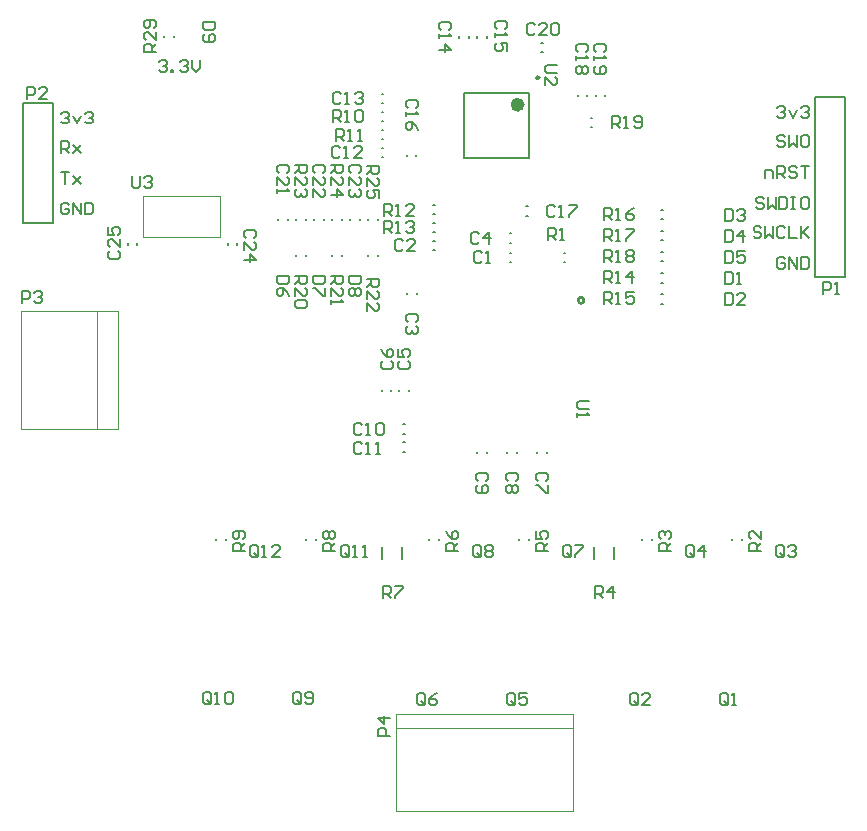
<source format=gto>
G04*
G04 #@! TF.GenerationSoftware,Altium Limited,Altium Designer,18.1.9 (240)*
G04*
G04 Layer_Color=65535*
%FSLAX25Y25*%
%MOIN*%
G70*
G01*
G75*
%ADD10C,0.00984*%
%ADD11C,0.02362*%
%ADD12C,0.00787*%
%ADD13C,0.00492*%
%ADD14C,0.00390*%
%ADD15C,0.00600*%
D10*
X294293Y259966D02*
G03*
X294293Y259966I-984J0D01*
G01*
X279325Y334195D02*
G03*
X279325Y334195I-492J0D01*
G01*
D11*
X273321Y325140D02*
G03*
X273321Y325140I-1181J0D01*
G01*
D12*
X154331Y347638D02*
Y348031D01*
X157480Y347638D02*
Y348031D01*
X175591Y278543D02*
Y278937D01*
X178740Y278543D02*
Y278937D01*
X145276Y278543D02*
Y278937D01*
X142126Y278543D02*
Y278937D01*
X275053Y288175D02*
X275447D01*
X275053Y291325D02*
X275447D01*
X107205Y285866D02*
X117205D01*
X107205D02*
Y325866D01*
X117205Y285866D02*
Y325866D01*
X107205D02*
X117205D01*
X371378Y267835D02*
Y327835D01*
X381378Y267835D02*
Y327835D01*
X371378D02*
X381378D01*
X371378Y267835D02*
X381378D01*
X296553Y317675D02*
X296947D01*
X296553Y320825D02*
X296947D01*
X244053Y288675D02*
X244447D01*
X244053Y291825D02*
X244447D01*
X244053Y285825D02*
X244447D01*
X244053Y282675D02*
X244447D01*
X226803Y328825D02*
X227197D01*
X226803Y325675D02*
X227197D01*
X226803Y310825D02*
X227197D01*
X226803Y307675D02*
X227197D01*
X226803Y322825D02*
X227197D01*
X226803Y319675D02*
X227197D01*
X226803Y316825D02*
X227197D01*
X226803Y313675D02*
X227197D01*
X234053Y218575D02*
X234447D01*
X234053Y215425D02*
X234447D01*
X233596Y173782D02*
Y177718D01*
X226904Y173782D02*
Y177718D01*
X304346Y173782D02*
Y177718D01*
X297654Y173782D02*
Y177718D01*
X171675Y180053D02*
Y180447D01*
X174825Y180053D02*
Y180447D01*
X201675Y180053D02*
Y180447D01*
X204825Y180053D02*
Y180447D01*
X242675Y180053D02*
Y180447D01*
X245825Y180053D02*
Y180447D01*
X272675Y180053D02*
Y180447D01*
X275825Y180053D02*
Y180447D01*
X313675Y180053D02*
Y180447D01*
X316825Y180053D02*
Y180447D01*
X343675Y179903D02*
Y180297D01*
X346825Y179903D02*
Y180297D01*
X235425Y262053D02*
Y262447D01*
X238575Y262053D02*
Y262447D01*
X230075Y229803D02*
Y230197D01*
X226925Y229803D02*
Y230197D01*
X235825Y229803D02*
Y230197D01*
X232675Y229803D02*
Y230197D01*
X216425Y286803D02*
Y287197D01*
X219575Y286803D02*
Y287197D01*
X225575Y274803D02*
Y275197D01*
X222425Y274803D02*
Y275197D01*
X225575Y286803D02*
Y287197D01*
X222425Y286803D02*
Y287197D01*
X213575Y274803D02*
Y275197D01*
X210425Y274803D02*
Y275197D01*
X213575Y286803D02*
Y287197D01*
X210425Y286803D02*
Y287197D01*
X204425Y286803D02*
Y287197D01*
X207575Y286803D02*
Y287197D01*
X201575Y286803D02*
Y287197D01*
X198425Y286803D02*
Y287197D01*
X201575Y274803D02*
Y275197D01*
X198425Y274803D02*
Y275197D01*
X192425Y286803D02*
Y287197D01*
X195575Y286803D02*
Y287197D01*
X280053Y345825D02*
X280447D01*
X280053Y342675D02*
X280447D01*
X301325Y328053D02*
Y328447D01*
X298175Y328053D02*
Y328447D01*
X295325Y328053D02*
Y328447D01*
X292175Y328053D02*
Y328447D01*
X235175Y308053D02*
Y308447D01*
X238325Y308053D02*
Y308447D01*
X254423Y329077D02*
X276077D01*
X254423Y307423D02*
X276077D01*
Y329077D01*
X254423Y307423D02*
Y329077D01*
X258675Y347553D02*
Y347947D01*
X261825Y347553D02*
Y347947D01*
X252675Y347553D02*
Y347947D01*
X255825Y347553D02*
Y347947D01*
X269553Y279175D02*
X269947D01*
X269553Y282325D02*
X269947D01*
X244053Y276675D02*
X244447D01*
X244053Y279825D02*
X244447D01*
X269553Y272675D02*
X269947D01*
X269553Y275825D02*
X269947D01*
X258675Y209053D02*
Y209447D01*
X261825Y209053D02*
Y209447D01*
X268675Y209053D02*
Y209447D01*
X271825Y209053D02*
Y209447D01*
X278675Y209053D02*
Y209447D01*
X281825Y209053D02*
Y209447D01*
X234053Y212575D02*
X234447D01*
X234053Y209425D02*
X234447D01*
X320071Y265886D02*
X320464D01*
X320071Y269035D02*
X320464D01*
X320071Y258886D02*
X320464D01*
X320071Y262035D02*
X320464D01*
X320071Y286925D02*
X320464D01*
X320071Y290075D02*
X320464D01*
X320071Y279925D02*
X320464D01*
X320071Y283075D02*
X320464D01*
X320071Y276075D02*
X320464D01*
X320071Y272925D02*
X320464D01*
X287553Y272675D02*
X287947D01*
X287553Y275825D02*
X287947D01*
D13*
X147441Y280906D02*
Y294685D01*
Y280906D02*
X173031D01*
Y294685D01*
X147441D02*
X173031D01*
D14*
X231722Y122142D02*
X290778D01*
X231722Y89858D02*
X290778D01*
X231722D02*
Y122142D01*
X290778Y89858D02*
Y122142D01*
X231722Y117417D02*
X290778D01*
X131890Y216929D02*
Y256299D01*
X132677D01*
X106693D02*
X138976D01*
X106693Y216929D02*
X138976D01*
Y256299D01*
X106693Y216929D02*
Y256299D01*
D15*
X152559Y339500D02*
X153215Y340156D01*
X154527D01*
X155183Y339500D01*
Y338844D01*
X154527Y338188D01*
X153871D01*
X154527D01*
X155183Y337532D01*
Y336876D01*
X154527Y336221D01*
X153215D01*
X152559Y336876D01*
X156495Y336221D02*
Y336876D01*
X157151D01*
Y336221D01*
X156495D01*
X159775Y339500D02*
X160431Y340156D01*
X161742D01*
X162398Y339500D01*
Y338844D01*
X161742Y338188D01*
X161086D01*
X161742D01*
X162398Y337532D01*
Y336876D01*
X161742Y336221D01*
X160431D01*
X159775Y336876D01*
X163710Y340156D02*
Y337532D01*
X165022Y336221D01*
X166334Y337532D01*
Y340156D01*
X171321Y352756D02*
X167323D01*
Y350757D01*
X167989Y350090D01*
X170655D01*
X171321Y350757D01*
Y352756D01*
X167989Y348757D02*
X167323Y348091D01*
Y346758D01*
X167989Y346091D01*
X170655D01*
X171321Y346758D01*
Y348091D01*
X170655Y348757D01*
X169989D01*
X169322Y348091D01*
Y346091D01*
X151772Y342717D02*
X147773D01*
Y344716D01*
X148439Y345382D01*
X149772D01*
X150439Y344716D01*
Y342717D01*
Y344049D02*
X151772Y345382D01*
Y349381D02*
Y346715D01*
X149106Y349381D01*
X148439D01*
X147773Y348715D01*
Y347382D01*
X148439Y346715D01*
X151105Y350714D02*
X151772Y351380D01*
Y352713D01*
X151105Y353380D01*
X148439D01*
X147773Y352713D01*
Y351380D01*
X148439Y350714D01*
X149106D01*
X149772Y351380D01*
Y353380D01*
X184435Y280799D02*
X185101Y281465D01*
Y282798D01*
X184435Y283465D01*
X181769D01*
X181102Y282798D01*
Y281465D01*
X181769Y280799D01*
X181102Y276800D02*
Y279466D01*
X183768Y276800D01*
X184435D01*
X185101Y277467D01*
Y278799D01*
X184435Y279466D01*
X181102Y273468D02*
X185101D01*
X183102Y275467D01*
Y272801D01*
X136432Y276288D02*
X135765Y275621D01*
Y274289D01*
X136432Y273622D01*
X139097D01*
X139764Y274289D01*
Y275621D01*
X139097Y276288D01*
X139764Y280287D02*
Y277621D01*
X137098Y280287D01*
X136432D01*
X135765Y279620D01*
Y278287D01*
X136432Y277621D01*
X135765Y284285D02*
Y281620D01*
X137764D01*
X137098Y282952D01*
Y283619D01*
X137764Y284285D01*
X139097D01*
X139764Y283619D01*
Y282286D01*
X139097Y281620D01*
X143701Y301243D02*
Y297910D01*
X144367Y297244D01*
X145700D01*
X146367Y297910D01*
Y301243D01*
X147699Y300576D02*
X148366Y301243D01*
X149699D01*
X150365Y300576D01*
Y299910D01*
X149699Y299243D01*
X149032D01*
X149699D01*
X150365Y298577D01*
Y297910D01*
X149699Y297244D01*
X148366D01*
X147699Y297910D01*
X361285Y273752D02*
X360629Y274408D01*
X359317D01*
X358661Y273752D01*
Y271128D01*
X359317Y270472D01*
X360629D01*
X361285Y271128D01*
Y272440D01*
X359973D01*
X362597Y270472D02*
Y274408D01*
X365221Y270472D01*
Y274408D01*
X366533D02*
Y270472D01*
X368501D01*
X369157Y271128D01*
Y273752D01*
X368501Y274408D01*
X366533D01*
X353411Y283988D02*
X352755Y284644D01*
X351443D01*
X350787Y283988D01*
Y283332D01*
X351443Y282677D01*
X352755D01*
X353411Y282021D01*
Y281365D01*
X352755Y280709D01*
X351443D01*
X350787Y281365D01*
X354723Y284644D02*
Y280709D01*
X356035Y282021D01*
X357347Y280709D01*
Y284644D01*
X361283Y283988D02*
X360627Y284644D01*
X359315D01*
X358659Y283988D01*
Y281365D01*
X359315Y280709D01*
X360627D01*
X361283Y281365D01*
X362595Y284644D02*
Y280709D01*
X365218D01*
X366530Y284644D02*
Y280709D01*
Y282021D01*
X369154Y284644D01*
X367186Y282677D01*
X369154Y280709D01*
X354199Y293831D02*
X353543Y294487D01*
X352231D01*
X351575Y293831D01*
Y293175D01*
X352231Y292519D01*
X353543D01*
X354199Y291863D01*
Y291207D01*
X353543Y290551D01*
X352231D01*
X351575Y291207D01*
X355510Y294487D02*
Y290551D01*
X356822Y291863D01*
X358134Y290551D01*
Y294487D01*
X359446D02*
Y290551D01*
X361414D01*
X362070Y291207D01*
Y293831D01*
X361414Y294487D01*
X359446D01*
X363382D02*
X364694D01*
X364038D01*
Y290551D01*
X363382D01*
X364694D01*
X368630Y294487D02*
X367318D01*
X366662Y293831D01*
Y291207D01*
X367318Y290551D01*
X368630D01*
X369286Y291207D01*
Y293831D01*
X368630Y294487D01*
X354724Y300787D02*
Y303411D01*
X356692D01*
X357348Y302755D01*
Y300787D01*
X358660D02*
Y304723D01*
X360628D01*
X361284Y304067D01*
Y302755D01*
X360628Y302099D01*
X358660D01*
X359972D02*
X361284Y300787D01*
X365220Y304067D02*
X364564Y304723D01*
X363252D01*
X362596Y304067D01*
Y303411D01*
X363252Y302755D01*
X364564D01*
X365220Y302099D01*
Y301443D01*
X364564Y300787D01*
X363252D01*
X362596Y301443D01*
X366532Y304723D02*
X369156D01*
X367844D01*
Y300787D01*
X361285Y314303D02*
X360629Y314959D01*
X359317D01*
X358661Y314303D01*
Y313647D01*
X359317Y312991D01*
X360629D01*
X361285Y312335D01*
Y311680D01*
X360629Y311024D01*
X359317D01*
X358661Y311680D01*
X362597Y314959D02*
Y311024D01*
X363909Y312335D01*
X365221Y311024D01*
Y314959D01*
X368501D02*
X367189D01*
X366533Y314303D01*
Y311680D01*
X367189Y311024D01*
X368501D01*
X369157Y311680D01*
Y314303D01*
X368501Y314959D01*
X358661Y324146D02*
X359317Y324802D01*
X360629D01*
X361285Y324146D01*
Y323490D01*
X360629Y322834D01*
X359973D01*
X360629D01*
X361285Y322178D01*
Y321522D01*
X360629Y320866D01*
X359317D01*
X358661Y321522D01*
X362597Y323490D02*
X363909Y320866D01*
X365221Y323490D01*
X366533Y324146D02*
X367189Y324802D01*
X368501D01*
X369157Y324146D01*
Y323490D01*
X368501Y322834D01*
X367845D01*
X368501D01*
X369157Y322178D01*
Y321522D01*
X368501Y320866D01*
X367189D01*
X366533Y321522D01*
X122703Y291863D02*
X122047Y292518D01*
X120735D01*
X120079Y291863D01*
Y289239D01*
X120735Y288583D01*
X122047D01*
X122703Y289239D01*
Y290551D01*
X121391D01*
X124014Y288583D02*
Y292518D01*
X126638Y288583D01*
Y292518D01*
X127950D02*
Y288583D01*
X129918D01*
X130574Y289239D01*
Y291863D01*
X129918Y292518D01*
X127950D01*
X120079Y302755D02*
X122703D01*
X121391D01*
Y298819D01*
X124014Y301443D02*
X126638Y298819D01*
X125326Y300131D01*
X126638Y301443D01*
X124014Y298819D01*
X120079Y309055D02*
Y312991D01*
X122047D01*
X122703Y312335D01*
Y311023D01*
X122047Y310367D01*
X120079D01*
X121391D02*
X122703Y309055D01*
X124014Y311679D02*
X126638Y309055D01*
X125326Y310367D01*
X126638Y311679D01*
X124014Y309055D01*
X120079Y322177D02*
X120735Y322833D01*
X122047D01*
X122703Y322177D01*
Y321521D01*
X122047Y320866D01*
X121391D01*
X122047D01*
X122703Y320210D01*
Y319554D01*
X122047Y318898D01*
X120735D01*
X120079Y319554D01*
X124014Y321521D02*
X125326Y318898D01*
X126638Y321521D01*
X127950Y322177D02*
X128606Y322833D01*
X129918D01*
X130574Y322177D01*
Y321521D01*
X129918Y320866D01*
X129262D01*
X129918D01*
X130574Y320210D01*
Y319554D01*
X129918Y318898D01*
X128606D01*
X127950Y319554D01*
X229750Y114750D02*
X225751D01*
Y116749D01*
X226418Y117416D01*
X227751D01*
X228417Y116749D01*
Y114750D01*
X229750Y120748D02*
X225751D01*
X227751Y118749D01*
Y121414D01*
X107085Y259107D02*
Y263105D01*
X109084D01*
X109750Y262439D01*
Y261106D01*
X109084Y260440D01*
X107085D01*
X111083Y262439D02*
X111750Y263105D01*
X113083D01*
X113749Y262439D01*
Y261772D01*
X113083Y261106D01*
X112416D01*
X113083D01*
X113749Y260440D01*
Y259773D01*
X113083Y259107D01*
X111750D01*
X111083Y259773D01*
X222000Y304850D02*
X225999D01*
Y302851D01*
X225332Y302185D01*
X223999D01*
X223333Y302851D01*
Y304850D01*
Y303518D02*
X222000Y302185D01*
Y298186D02*
Y300852D01*
X224666Y298186D01*
X225332D01*
X225999Y298852D01*
Y300185D01*
X225332Y300852D01*
X225999Y294187D02*
Y296853D01*
X223999D01*
X224666Y295520D01*
Y294854D01*
X223999Y294187D01*
X222666D01*
X222000Y294854D01*
Y296186D01*
X222666Y296853D01*
X210000Y305000D02*
X213999D01*
Y303001D01*
X213332Y302334D01*
X211999D01*
X211333Y303001D01*
Y305000D01*
Y303667D02*
X210000Y302334D01*
Y298336D02*
Y301001D01*
X212666Y298336D01*
X213332D01*
X213999Y299002D01*
Y300335D01*
X213332Y301001D01*
X210000Y295003D02*
X213999D01*
X211999Y297003D01*
Y294337D01*
X198000Y305000D02*
X201999D01*
Y303001D01*
X201332Y302334D01*
X199999D01*
X199333Y303001D01*
Y305000D01*
Y303667D02*
X198000Y302334D01*
Y298336D02*
Y301001D01*
X200666Y298336D01*
X201332D01*
X201999Y299002D01*
Y300335D01*
X201332Y301001D01*
Y297003D02*
X201999Y296336D01*
Y295003D01*
X201332Y294337D01*
X200666D01*
X199999Y295003D01*
Y295670D01*
Y295003D01*
X199333Y294337D01*
X198667D01*
X198000Y295003D01*
Y296336D01*
X198667Y297003D01*
X222000Y267000D02*
X225999D01*
Y265001D01*
X225332Y264334D01*
X223999D01*
X223333Y265001D01*
Y267000D01*
Y265667D02*
X222000Y264334D01*
Y260335D02*
Y263001D01*
X224666Y260335D01*
X225332D01*
X225999Y261002D01*
Y262335D01*
X225332Y263001D01*
X222000Y256337D02*
Y259003D01*
X224666Y256337D01*
X225332D01*
X225999Y257003D01*
Y258336D01*
X225332Y259003D01*
X210000Y268000D02*
X213999D01*
Y266001D01*
X213332Y265334D01*
X211999D01*
X211333Y266001D01*
Y268000D01*
Y266667D02*
X210000Y265334D01*
Y261335D02*
Y264001D01*
X212666Y261335D01*
X213332D01*
X213999Y262002D01*
Y263335D01*
X213332Y264001D01*
X210000Y260003D02*
Y258670D01*
Y259336D01*
X213999D01*
X213332Y260003D01*
X198000Y268000D02*
X201999D01*
Y266001D01*
X201332Y265334D01*
X199999D01*
X199333Y266001D01*
Y268000D01*
Y266667D02*
X198000Y265334D01*
Y261335D02*
Y264001D01*
X200666Y261335D01*
X201332D01*
X201999Y262002D01*
Y263335D01*
X201332Y264001D01*
Y260003D02*
X201999Y259336D01*
Y258003D01*
X201332Y257337D01*
X198667D01*
X198000Y258003D01*
Y259336D01*
X198667Y260003D01*
X201332D01*
X219999Y268000D02*
X216000D01*
Y266001D01*
X216666Y265334D01*
X219332D01*
X219999Y266001D01*
Y268000D01*
X219332Y264001D02*
X219999Y263335D01*
Y262002D01*
X219332Y261335D01*
X218666D01*
X217999Y262002D01*
X217333Y261335D01*
X216666D01*
X216000Y262002D01*
Y263335D01*
X216666Y264001D01*
X217333D01*
X217999Y263335D01*
X218666Y264001D01*
X219332D01*
X217999Y263335D02*
Y262002D01*
X207999Y268000D02*
X204000D01*
Y266001D01*
X204666Y265334D01*
X207332D01*
X207999Y266001D01*
Y268000D01*
Y264001D02*
Y261335D01*
X207332D01*
X204666Y264001D01*
X204000D01*
X195999Y268000D02*
X192000D01*
Y266001D01*
X192666Y265334D01*
X195332D01*
X195999Y266001D01*
Y268000D01*
Y261335D02*
X195332Y262668D01*
X193999Y264001D01*
X192666D01*
X192000Y263335D01*
Y262002D01*
X192666Y261335D01*
X193333D01*
X193999Y262002D01*
Y264001D01*
X219332Y302334D02*
X219999Y303001D01*
Y304334D01*
X219332Y305000D01*
X216666D01*
X216000Y304334D01*
Y303001D01*
X216666Y302334D01*
X216000Y298336D02*
Y301001D01*
X218666Y298336D01*
X219332D01*
X219999Y299002D01*
Y300335D01*
X219332Y301001D01*
Y297003D02*
X219999Y296336D01*
Y295003D01*
X219332Y294337D01*
X218666D01*
X217999Y295003D01*
Y295670D01*
Y295003D01*
X217333Y294337D01*
X216666D01*
X216000Y295003D01*
Y296336D01*
X216666Y297003D01*
X207332Y302334D02*
X207999Y303001D01*
Y304334D01*
X207332Y305000D01*
X204666D01*
X204000Y304334D01*
Y303001D01*
X204666Y302334D01*
X204000Y298336D02*
Y301001D01*
X206666Y298336D01*
X207332D01*
X207999Y299002D01*
Y300335D01*
X207332Y301001D01*
X204000Y294337D02*
Y297003D01*
X206666Y294337D01*
X207332D01*
X207999Y295003D01*
Y296336D01*
X207332Y297003D01*
X195332Y302334D02*
X195999Y303001D01*
Y304334D01*
X195332Y305000D01*
X192666D01*
X192000Y304334D01*
Y303001D01*
X192666Y302334D01*
X192000Y298336D02*
Y301001D01*
X194666Y298336D01*
X195332D01*
X195999Y299002D01*
Y300335D01*
X195332Y301001D01*
X192000Y297003D02*
Y295670D01*
Y296336D01*
X195999D01*
X195332Y297003D01*
X285249Y338250D02*
X281916D01*
X281250Y337584D01*
Y336251D01*
X281916Y335584D01*
X285249D01*
X281250Y331586D02*
Y334251D01*
X283916Y331586D01*
X284582D01*
X285249Y332252D01*
Y333585D01*
X284582Y334251D01*
X295999Y226500D02*
X292666D01*
X292000Y225834D01*
Y224501D01*
X292666Y223834D01*
X295999D01*
X292000Y222501D02*
Y221168D01*
Y221835D01*
X295999D01*
X295332Y222501D01*
X303500Y317250D02*
Y321249D01*
X305499D01*
X306166Y320582D01*
Y319249D01*
X305499Y318583D01*
X303500D01*
X304833D02*
X306166Y317250D01*
X307499D02*
X308832D01*
X308165D01*
Y321249D01*
X307499Y320582D01*
X310831Y317916D02*
X311497Y317250D01*
X312830D01*
X313497Y317916D01*
Y320582D01*
X312830Y321249D01*
X311497D01*
X310831Y320582D01*
Y319916D01*
X311497Y319249D01*
X313497D01*
X300952Y272697D02*
Y276696D01*
X302952D01*
X303618Y276029D01*
Y274696D01*
X302952Y274030D01*
X300952D01*
X302285D02*
X303618Y272697D01*
X304951D02*
X306284D01*
X305617D01*
Y276696D01*
X304951Y276029D01*
X308283D02*
X308950Y276696D01*
X310283D01*
X310949Y276029D01*
Y275363D01*
X310283Y274696D01*
X310949Y274030D01*
Y273363D01*
X310283Y272697D01*
X308950D01*
X308283Y273363D01*
Y274030D01*
X308950Y274696D01*
X308283Y275363D01*
Y276029D01*
X308950Y274696D02*
X310283D01*
X300952Y279697D02*
Y283696D01*
X302952D01*
X303618Y283029D01*
Y281696D01*
X302952Y281030D01*
X300952D01*
X302285D02*
X303618Y279697D01*
X304951D02*
X306284D01*
X305617D01*
Y283696D01*
X304951Y283029D01*
X308283Y283696D02*
X310949D01*
Y283029D01*
X308283Y280363D01*
Y279697D01*
X300952Y286697D02*
Y290696D01*
X302952D01*
X303618Y290029D01*
Y288696D01*
X302952Y288030D01*
X300952D01*
X302285D02*
X303618Y286697D01*
X304951D02*
X306284D01*
X305617D01*
Y290696D01*
X304951Y290029D01*
X310949Y290696D02*
X309616Y290029D01*
X308283Y288696D01*
Y287363D01*
X308950Y286697D01*
X310283D01*
X310949Y287363D01*
Y288030D01*
X310283Y288696D01*
X308283D01*
X300952Y258658D02*
Y262656D01*
X302952D01*
X303618Y261990D01*
Y260657D01*
X302952Y259990D01*
X300952D01*
X302285D02*
X303618Y258658D01*
X304951D02*
X306284D01*
X305617D01*
Y262656D01*
X304951Y261990D01*
X310949Y262656D02*
X308283D01*
Y260657D01*
X309616Y261323D01*
X310283D01*
X310949Y260657D01*
Y259324D01*
X310283Y258658D01*
X308950D01*
X308283Y259324D01*
X300952Y265657D02*
Y269656D01*
X302952D01*
X303618Y268990D01*
Y267657D01*
X302952Y266990D01*
X300952D01*
X302285D02*
X303618Y265657D01*
X304951D02*
X306284D01*
X305617D01*
Y269656D01*
X304951Y268990D01*
X310283Y265657D02*
Y269656D01*
X308283Y267657D01*
X310949D01*
X227750Y282500D02*
Y286499D01*
X229749D01*
X230416Y285832D01*
Y284499D01*
X229749Y283833D01*
X227750D01*
X229083D02*
X230416Y282500D01*
X231749D02*
X233082D01*
X232415D01*
Y286499D01*
X231749Y285832D01*
X235081D02*
X235747Y286499D01*
X237080D01*
X237747Y285832D01*
Y285166D01*
X237080Y284499D01*
X236414D01*
X237080D01*
X237747Y283833D01*
Y283166D01*
X237080Y282500D01*
X235747D01*
X235081Y283166D01*
X227750Y288000D02*
Y291999D01*
X229749D01*
X230416Y291332D01*
Y289999D01*
X229749Y289333D01*
X227750D01*
X229083D02*
X230416Y288000D01*
X231749D02*
X233082D01*
X232415D01*
Y291999D01*
X231749Y291332D01*
X237747Y288000D02*
X235081D01*
X237747Y290666D01*
Y291332D01*
X237080Y291999D01*
X235747D01*
X235081Y291332D01*
X211750Y313000D02*
Y316999D01*
X213749D01*
X214416Y316332D01*
Y314999D01*
X213749Y314333D01*
X211750D01*
X213083D02*
X214416Y313000D01*
X215749D02*
X217082D01*
X216415D01*
Y316999D01*
X215749Y316332D01*
X219081Y313000D02*
X220414D01*
X219747D01*
Y316999D01*
X219081Y316332D01*
X210500Y319250D02*
Y323249D01*
X212499D01*
X213166Y322582D01*
Y321249D01*
X212499Y320583D01*
X210500D01*
X211833D02*
X213166Y319250D01*
X214499D02*
X215832D01*
X215165D01*
Y323249D01*
X214499Y322582D01*
X217831D02*
X218497Y323249D01*
X219830D01*
X220497Y322582D01*
Y319916D01*
X219830Y319250D01*
X218497D01*
X217831Y319916D01*
Y322582D01*
X181250Y176250D02*
X177251D01*
Y178249D01*
X177918Y178916D01*
X179251D01*
X179917Y178249D01*
Y176250D01*
Y177583D02*
X181250Y178916D01*
X180584Y180249D02*
X181250Y180915D01*
Y182248D01*
X180584Y182914D01*
X177918D01*
X177251Y182248D01*
Y180915D01*
X177918Y180249D01*
X178584D01*
X179251Y180915D01*
Y182914D01*
X211250Y176250D02*
X207251D01*
Y178249D01*
X207918Y178916D01*
X209251D01*
X209917Y178249D01*
Y176250D01*
Y177583D02*
X211250Y178916D01*
X207918Y180249D02*
X207251Y180915D01*
Y182248D01*
X207918Y182914D01*
X208584D01*
X209251Y182248D01*
X209917Y182914D01*
X210584D01*
X211250Y182248D01*
Y180915D01*
X210584Y180249D01*
X209917D01*
X209251Y180915D01*
X208584Y180249D01*
X207918D01*
X209251Y180915D02*
Y182248D01*
X227250Y160750D02*
Y164749D01*
X229249D01*
X229916Y164082D01*
Y162749D01*
X229249Y162083D01*
X227250D01*
X228583D02*
X229916Y160750D01*
X231249Y164749D02*
X233914D01*
Y164082D01*
X231249Y161416D01*
Y160750D01*
X252250Y176250D02*
X248251D01*
Y178249D01*
X248918Y178916D01*
X250251D01*
X250917Y178249D01*
Y176250D01*
Y177583D02*
X252250Y178916D01*
X248251Y182914D02*
X248918Y181582D01*
X250251Y180249D01*
X251584D01*
X252250Y180915D01*
Y182248D01*
X251584Y182914D01*
X250917D01*
X250251Y182248D01*
Y180249D01*
X282250Y176250D02*
X278251D01*
Y178249D01*
X278918Y178916D01*
X280251D01*
X280917Y178249D01*
Y176250D01*
Y177583D02*
X282250Y178916D01*
X278251Y182914D02*
Y180249D01*
X280251D01*
X279584Y181582D01*
Y182248D01*
X280251Y182914D01*
X281584D01*
X282250Y182248D01*
Y180915D01*
X281584Y180249D01*
X298000Y160648D02*
Y164646D01*
X299999D01*
X300666Y163980D01*
Y162647D01*
X299999Y161980D01*
X298000D01*
X299333D02*
X300666Y160648D01*
X303998D02*
Y164646D01*
X301999Y162647D01*
X304664D01*
X323250Y176250D02*
X319251D01*
Y178249D01*
X319918Y178916D01*
X321251D01*
X321917Y178249D01*
Y176250D01*
Y177583D02*
X323250Y178916D01*
X319918Y180249D02*
X319251Y180915D01*
Y182248D01*
X319918Y182914D01*
X320584D01*
X321251Y182248D01*
Y181582D01*
Y182248D01*
X321917Y182914D01*
X322584D01*
X323250Y182248D01*
Y180915D01*
X322584Y180249D01*
X353250Y176250D02*
X349251D01*
Y178249D01*
X349918Y178916D01*
X351251D01*
X351917Y178249D01*
Y176250D01*
Y177583D02*
X353250Y178916D01*
Y182914D02*
Y180249D01*
X350584Y182914D01*
X349918D01*
X349251Y182248D01*
Y180915D01*
X349918Y180249D01*
X282350Y279950D02*
Y283949D01*
X284349D01*
X285016Y283282D01*
Y281949D01*
X284349Y281283D01*
X282350D01*
X283683D02*
X285016Y279950D01*
X286349D02*
X287682D01*
X287015D01*
Y283949D01*
X286349Y283282D01*
X185737Y175076D02*
Y177742D01*
X185070Y178408D01*
X183737D01*
X183071Y177742D01*
Y175076D01*
X183737Y174409D01*
X185070D01*
X184404Y175742D02*
X185737Y174409D01*
X185070D02*
X185737Y175076D01*
X187070Y174409D02*
X188402D01*
X187736D01*
Y178408D01*
X187070Y177742D01*
X193068Y174409D02*
X190402D01*
X193068Y177075D01*
Y177742D01*
X192401Y178408D01*
X191068D01*
X190402Y177742D01*
X215916Y174917D02*
Y177582D01*
X215249Y178249D01*
X213916D01*
X213250Y177582D01*
Y174917D01*
X213916Y174250D01*
X215249D01*
X214583Y175583D02*
X215916Y174250D01*
X215249D02*
X215916Y174917D01*
X217249Y174250D02*
X218582D01*
X217915D01*
Y178249D01*
X217249Y177582D01*
X220581Y174250D02*
X221914D01*
X221247D01*
Y178249D01*
X220581Y177582D01*
X169916Y125917D02*
Y128582D01*
X169249Y129249D01*
X167917D01*
X167250Y128582D01*
Y125917D01*
X167917Y125250D01*
X169249D01*
X168583Y126583D02*
X169916Y125250D01*
X169249D02*
X169916Y125917D01*
X171249Y125250D02*
X172582D01*
X171915D01*
Y129249D01*
X171249Y128582D01*
X174581D02*
X175247Y129249D01*
X176580D01*
X177247Y128582D01*
Y125917D01*
X176580Y125250D01*
X175247D01*
X174581Y125917D01*
Y128582D01*
X199916Y125917D02*
Y128582D01*
X199249Y129249D01*
X197916D01*
X197250Y128582D01*
Y125917D01*
X197916Y125250D01*
X199249D01*
X198583Y126583D02*
X199916Y125250D01*
X199249D02*
X199916Y125917D01*
X201249D02*
X201915Y125250D01*
X203248D01*
X203914Y125917D01*
Y128582D01*
X203248Y129249D01*
X201915D01*
X201249Y128582D01*
Y127916D01*
X201915Y127249D01*
X203914D01*
X259916Y174917D02*
Y177582D01*
X259249Y178249D01*
X257916D01*
X257250Y177582D01*
Y174917D01*
X257916Y174250D01*
X259249D01*
X258583Y175583D02*
X259916Y174250D01*
X259249D02*
X259916Y174917D01*
X261249Y177582D02*
X261915Y178249D01*
X263248D01*
X263914Y177582D01*
Y176916D01*
X263248Y176249D01*
X263914Y175583D01*
Y174917D01*
X263248Y174250D01*
X261915D01*
X261249Y174917D01*
Y175583D01*
X261915Y176249D01*
X261249Y176916D01*
Y177582D01*
X261915Y176249D02*
X263248D01*
X289916Y174917D02*
Y177582D01*
X289249Y178249D01*
X287916D01*
X287250Y177582D01*
Y174917D01*
X287916Y174250D01*
X289249D01*
X288583Y175583D02*
X289916Y174250D01*
X289249D02*
X289916Y174917D01*
X291249Y178249D02*
X293915D01*
Y177582D01*
X291249Y174917D01*
Y174250D01*
X241316Y125817D02*
Y128482D01*
X240649Y129149D01*
X239316D01*
X238650Y128482D01*
Y125817D01*
X239316Y125150D01*
X240649D01*
X239983Y126483D02*
X241316Y125150D01*
X240649D02*
X241316Y125817D01*
X245315Y129149D02*
X243982Y128482D01*
X242649Y127149D01*
Y125817D01*
X243315Y125150D01*
X244648D01*
X245315Y125817D01*
Y126483D01*
X244648Y127149D01*
X242649D01*
X271317Y125817D02*
Y128482D01*
X270651Y129149D01*
X269318D01*
X268652Y128482D01*
Y125817D01*
X269318Y125150D01*
X270651D01*
X269985Y126483D02*
X271317Y125150D01*
X270651D02*
X271317Y125817D01*
X275316Y129149D02*
X272650D01*
Y127149D01*
X273983Y127816D01*
X274650D01*
X275316Y127149D01*
Y125817D01*
X274650Y125150D01*
X273317D01*
X272650Y125817D01*
X330916Y174917D02*
Y177582D01*
X330249Y178249D01*
X328916D01*
X328250Y177582D01*
Y174917D01*
X328916Y174250D01*
X330249D01*
X329583Y175583D02*
X330916Y174250D01*
X330249D02*
X330916Y174917D01*
X334248Y174250D02*
Y178249D01*
X332249Y176249D01*
X334914D01*
X360916Y174917D02*
Y177582D01*
X360249Y178249D01*
X358916D01*
X358250Y177582D01*
Y174917D01*
X358916Y174250D01*
X360249D01*
X359583Y175583D02*
X360916Y174250D01*
X360249D02*
X360916Y174917D01*
X362249Y177582D02*
X362915Y178249D01*
X364248D01*
X364914Y177582D01*
Y176916D01*
X364248Y176249D01*
X363582D01*
X364248D01*
X364914Y175583D01*
Y174917D01*
X364248Y174250D01*
X362915D01*
X362249Y174917D01*
X312329Y125817D02*
Y128482D01*
X311663Y129149D01*
X310330D01*
X309663Y128482D01*
Y125817D01*
X310330Y125150D01*
X311663D01*
X310996Y126483D02*
X312329Y125150D01*
X311663D02*
X312329Y125817D01*
X316328Y125150D02*
X313662D01*
X316328Y127816D01*
Y128482D01*
X315661Y129149D01*
X314329D01*
X313662Y128482D01*
X342316Y125817D02*
Y128482D01*
X341649Y129149D01*
X340316D01*
X339650Y128482D01*
Y125817D01*
X340316Y125150D01*
X341649D01*
X340983Y126483D02*
X342316Y125150D01*
X341649D02*
X342316Y125817D01*
X343649Y125150D02*
X344982D01*
X344315D01*
Y129149D01*
X343649Y128482D01*
X108661Y327165D02*
Y331164D01*
X110661D01*
X111327Y330498D01*
Y329165D01*
X110661Y328498D01*
X108661D01*
X115326Y327165D02*
X112660D01*
X115326Y329831D01*
Y330498D01*
X114660Y331164D01*
X113327D01*
X112660Y330498D01*
X374016Y262205D02*
Y266203D01*
X376015D01*
X376681Y265537D01*
Y264204D01*
X376015Y263538D01*
X374016D01*
X378014Y262205D02*
X379347D01*
X378681D01*
Y266203D01*
X378014Y265537D01*
X341268Y276499D02*
Y272500D01*
X343267D01*
X343934Y273166D01*
Y275832D01*
X343267Y276499D01*
X341268D01*
X347932D02*
X345266D01*
Y274499D01*
X346599Y275166D01*
X347266D01*
X347932Y274499D01*
Y273166D01*
X347266Y272500D01*
X345933D01*
X345266Y273166D01*
X341268Y283499D02*
Y279500D01*
X343267D01*
X343934Y280166D01*
Y282832D01*
X343267Y283499D01*
X341268D01*
X347266Y279500D02*
Y283499D01*
X345266Y281499D01*
X347932D01*
X341268Y290499D02*
Y286500D01*
X343267D01*
X343934Y287166D01*
Y289832D01*
X343267Y290499D01*
X341268D01*
X345266Y289832D02*
X345933Y290499D01*
X347266D01*
X347932Y289832D01*
Y289166D01*
X347266Y288499D01*
X346599D01*
X347266D01*
X347932Y287833D01*
Y287166D01*
X347266Y286500D01*
X345933D01*
X345266Y287166D01*
X341268Y262459D02*
Y258461D01*
X343267D01*
X343934Y259127D01*
Y261793D01*
X343267Y262459D01*
X341268D01*
X347932Y258461D02*
X345266D01*
X347932Y261126D01*
Y261793D01*
X347266Y262459D01*
X345933D01*
X345266Y261793D01*
X341268Y269459D02*
Y265461D01*
X343267D01*
X343934Y266127D01*
Y268793D01*
X343267Y269459D01*
X341268D01*
X345266Y265461D02*
X346599D01*
X345933D01*
Y269459D01*
X345266Y268793D01*
X277916Y351582D02*
X277249Y352249D01*
X275916D01*
X275250Y351582D01*
Y348916D01*
X275916Y348250D01*
X277249D01*
X277916Y348916D01*
X281914Y348250D02*
X279249D01*
X281914Y350916D01*
Y351582D01*
X281248Y352249D01*
X279915D01*
X279249Y351582D01*
X283247D02*
X283914Y352249D01*
X285247D01*
X285913Y351582D01*
Y348916D01*
X285247Y348250D01*
X283914D01*
X283247Y348916D01*
Y351582D01*
X301082Y342584D02*
X301749Y343251D01*
Y344584D01*
X301082Y345250D01*
X298416D01*
X297750Y344584D01*
Y343251D01*
X298416Y342584D01*
X297750Y341251D02*
Y339918D01*
Y340585D01*
X301749D01*
X301082Y341251D01*
X298416Y337919D02*
X297750Y337253D01*
Y335920D01*
X298416Y335253D01*
X301082D01*
X301749Y335920D01*
Y337253D01*
X301082Y337919D01*
X300416D01*
X299749Y337253D01*
Y335253D01*
X295082Y342584D02*
X295749Y343251D01*
Y344584D01*
X295082Y345250D01*
X292416D01*
X291750Y344584D01*
Y343251D01*
X292416Y342584D01*
X291750Y341251D02*
Y339918D01*
Y340585D01*
X295749D01*
X295082Y341251D01*
Y337919D02*
X295749Y337253D01*
Y335920D01*
X295082Y335253D01*
X294416D01*
X293749Y335920D01*
X293083Y335253D01*
X292416D01*
X291750Y335920D01*
Y337253D01*
X292416Y337919D01*
X293083D01*
X293749Y337253D01*
X294416Y337919D01*
X295082D01*
X293749Y337253D02*
Y335920D01*
X284556Y291127D02*
X283889Y291794D01*
X282556D01*
X281890Y291127D01*
Y288462D01*
X282556Y287795D01*
X283889D01*
X284556Y288462D01*
X285889Y287795D02*
X287221D01*
X286555D01*
Y291794D01*
X285889Y291127D01*
X289221Y291794D02*
X291886D01*
Y291127D01*
X289221Y288462D01*
Y287795D01*
X238332Y324084D02*
X238999Y324751D01*
Y326084D01*
X238332Y326750D01*
X235666D01*
X235000Y326084D01*
Y324751D01*
X235666Y324084D01*
X235000Y322751D02*
Y321418D01*
Y322085D01*
X238999D01*
X238332Y322751D01*
X238999Y316753D02*
X238332Y318086D01*
X236999Y319419D01*
X235666D01*
X235000Y318753D01*
Y317420D01*
X235666Y316753D01*
X236333D01*
X236999Y317420D01*
Y319419D01*
X267899Y350484D02*
X268566Y351150D01*
Y352483D01*
X267899Y353150D01*
X265233D01*
X264567Y352483D01*
Y351150D01*
X265233Y350484D01*
X264567Y349151D02*
Y347818D01*
Y348484D01*
X268566D01*
X267899Y349151D01*
X268566Y343153D02*
Y345819D01*
X266566D01*
X267233Y344486D01*
Y343819D01*
X266566Y343153D01*
X265233D01*
X264567Y343819D01*
Y345152D01*
X265233Y345819D01*
X249395Y350090D02*
X250062Y350757D01*
Y352090D01*
X249395Y352756D01*
X246729D01*
X246063Y352090D01*
Y350757D01*
X246729Y350090D01*
X246063Y348757D02*
Y347424D01*
Y348091D01*
X250062D01*
X249395Y348757D01*
X246063Y343426D02*
X250062D01*
X248062Y345425D01*
Y342759D01*
X213166Y328582D02*
X212499Y329249D01*
X211166D01*
X210500Y328582D01*
Y325916D01*
X211166Y325250D01*
X212499D01*
X213166Y325916D01*
X214499Y325250D02*
X215832D01*
X215165D01*
Y329249D01*
X214499Y328582D01*
X217831D02*
X218497Y329249D01*
X219830D01*
X220497Y328582D01*
Y327916D01*
X219830Y327249D01*
X219164D01*
X219830D01*
X220497Y326583D01*
Y325916D01*
X219830Y325250D01*
X218497D01*
X217831Y325916D01*
X212916Y310582D02*
X212249Y311249D01*
X210916D01*
X210250Y310582D01*
Y307916D01*
X210916Y307250D01*
X212249D01*
X212916Y307916D01*
X214249Y307250D02*
X215582D01*
X214915D01*
Y311249D01*
X214249Y310582D01*
X220247Y307250D02*
X217581D01*
X220247Y309916D01*
Y310582D01*
X219580Y311249D01*
X218247D01*
X217581Y310582D01*
X220416Y212082D02*
X219749Y212749D01*
X218416D01*
X217750Y212082D01*
Y209416D01*
X218416Y208750D01*
X219749D01*
X220416Y209416D01*
X221749Y208750D02*
X223082D01*
X222415D01*
Y212749D01*
X221749Y212082D01*
X225081Y208750D02*
X226414D01*
X225747D01*
Y212749D01*
X225081Y212082D01*
X220416Y218332D02*
X219749Y218999D01*
X218416D01*
X217750Y218332D01*
Y215666D01*
X218416Y215000D01*
X219749D01*
X220416Y215666D01*
X221749Y215000D02*
X223082D01*
X222415D01*
Y218999D01*
X221749Y218332D01*
X225081D02*
X225747Y218999D01*
X227080D01*
X227747Y218332D01*
Y215666D01*
X227080Y215000D01*
X225747D01*
X225081Y215666D01*
Y218332D01*
X261582Y199734D02*
X262249Y200400D01*
Y201733D01*
X261582Y202400D01*
X258916D01*
X258250Y201733D01*
Y200400D01*
X258916Y199734D01*
Y198401D02*
X258250Y197734D01*
Y196402D01*
X258916Y195735D01*
X261582D01*
X262249Y196402D01*
Y197734D01*
X261582Y198401D01*
X260916D01*
X260249Y197734D01*
Y195735D01*
X271582Y199584D02*
X272249Y200251D01*
Y201584D01*
X271582Y202250D01*
X268916D01*
X268250Y201584D01*
Y200251D01*
X268916Y199584D01*
X271582Y198251D02*
X272249Y197585D01*
Y196252D01*
X271582Y195586D01*
X270916D01*
X270249Y196252D01*
X269583Y195586D01*
X268916D01*
X268250Y196252D01*
Y197585D01*
X268916Y198251D01*
X269583D01*
X270249Y197585D01*
X270916Y198251D01*
X271582D01*
X270249Y197585D02*
Y196252D01*
X281582Y199584D02*
X282249Y200251D01*
Y201584D01*
X281582Y202250D01*
X278916D01*
X278250Y201584D01*
Y200251D01*
X278916Y199584D01*
X282249Y198251D02*
Y195586D01*
X281582D01*
X278916Y198251D01*
X278250D01*
X227168Y239666D02*
X226501Y238999D01*
Y237666D01*
X227168Y237000D01*
X229834D01*
X230500Y237666D01*
Y238999D01*
X229834Y239666D01*
X226501Y243665D02*
X227168Y242332D01*
X228501Y240999D01*
X229834D01*
X230500Y241665D01*
Y242998D01*
X229834Y243665D01*
X229167D01*
X228501Y242998D01*
Y240999D01*
X232918Y239666D02*
X232251Y238999D01*
Y237666D01*
X232918Y237000D01*
X235584D01*
X236250Y237666D01*
Y238999D01*
X235584Y239666D01*
X232251Y243665D02*
Y240999D01*
X234251D01*
X233584Y242332D01*
Y242998D01*
X234251Y243665D01*
X235584D01*
X236250Y242998D01*
Y241665D01*
X235584Y240999D01*
X259416Y282082D02*
X258749Y282749D01*
X257416D01*
X256750Y282082D01*
Y279416D01*
X257416Y278750D01*
X258749D01*
X259416Y279416D01*
X262748Y278750D02*
Y282749D01*
X260749Y280749D01*
X263415D01*
X238332Y252584D02*
X238999Y253251D01*
Y254584D01*
X238332Y255250D01*
X235666D01*
X235000Y254584D01*
Y253251D01*
X235666Y252584D01*
X238332Y251251D02*
X238999Y250585D01*
Y249252D01*
X238332Y248586D01*
X237666D01*
X236999Y249252D01*
Y249918D01*
Y249252D01*
X236333Y248586D01*
X235666D01*
X235000Y249252D01*
Y250585D01*
X235666Y251251D01*
X233916Y279582D02*
X233249Y280249D01*
X231916D01*
X231250Y279582D01*
Y276916D01*
X231916Y276250D01*
X233249D01*
X233916Y276916D01*
X237914Y276250D02*
X235249D01*
X237914Y278916D01*
Y279582D01*
X237248Y280249D01*
X235915D01*
X235249Y279582D01*
X260416Y275582D02*
X259749Y276249D01*
X258416D01*
X257750Y275582D01*
Y272916D01*
X258416Y272250D01*
X259749D01*
X260416Y272916D01*
X261749Y272250D02*
X263082D01*
X262415D01*
Y276249D01*
X261749Y275582D01*
M02*

</source>
